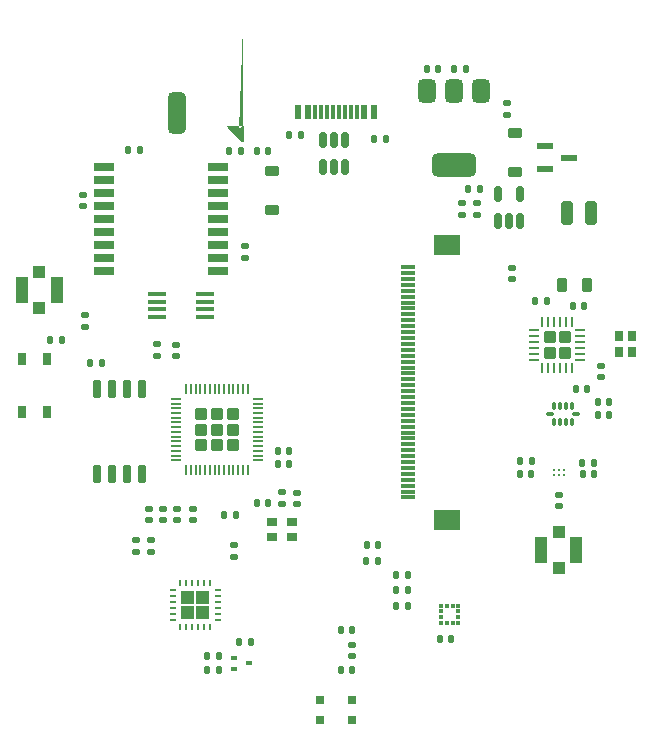
<source format=gbr>
%TF.GenerationSoftware,KiCad,Pcbnew,8.0.1*%
%TF.CreationDate,2024-07-20T14:05:52-04:00*%
%TF.ProjectId,esp32s3,65737033-3273-4332-9e6b-696361645f70,rev?*%
%TF.SameCoordinates,Original*%
%TF.FileFunction,Paste,Top*%
%TF.FilePolarity,Positive*%
%FSLAX46Y46*%
G04 Gerber Fmt 4.6, Leading zero omitted, Abs format (unit mm)*
G04 Created by KiCad (PCBNEW 8.0.1) date 2024-07-20 14:05:52*
%MOMM*%
%LPD*%
G01*
G04 APERTURE LIST*
G04 Aperture macros list*
%AMRoundRect*
0 Rectangle with rounded corners*
0 $1 Rounding radius*
0 $2 $3 $4 $5 $6 $7 $8 $9 X,Y pos of 4 corners*
0 Add a 4 corners polygon primitive as box body*
4,1,4,$2,$3,$4,$5,$6,$7,$8,$9,$2,$3,0*
0 Add four circle primitives for the rounded corners*
1,1,$1+$1,$2,$3*
1,1,$1+$1,$4,$5*
1,1,$1+$1,$6,$7*
1,1,$1+$1,$8,$9*
0 Add four rect primitives between the rounded corners*
20,1,$1+$1,$2,$3,$4,$5,0*
20,1,$1+$1,$4,$5,$6,$7,0*
20,1,$1+$1,$6,$7,$8,$9,0*
20,1,$1+$1,$8,$9,$2,$3,0*%
%AMFreePoly0*
4,1,50,0.364509,0.373079,0.400557,0.358147,0.402331,0.356372,0.403779,0.355902,0.406374,0.352329,0.428147,0.330557,0.436043,0.311493,0.440106,0.305902,0.441186,0.299076,0.443079,0.294509,0.443090,0.287057,0.445000,0.275000,0.445000,-0.965000,0.443079,-0.984509,0.428147,-1.020558,0.426371,-1.022333,0.425902,-1.023779,0.422332,-1.026372,0.400558,-1.048147,0.381492,-1.056044,
0.375902,-1.060106,0.371686,-1.060106,0.364509,-1.063079,0.325491,-1.063079,0.318314,-1.060106,0.314098,-1.060106,0.305304,-1.054717,0.289443,-1.048147,0.281262,-1.039984,0.274289,-1.035711,-0.965711,0.204289,-0.978147,0.219443,-0.993079,0.255491,-0.993079,0.258002,-0.993769,0.259357,-0.993079,0.263713,-0.993079,0.294509,-0.985182,0.313573,-0.984101,0.320399,-0.981119,0.323380,
-0.978147,0.330557,-0.950557,0.358147,-0.943380,0.361119,-0.940399,0.364101,-0.930371,0.366508,-0.914509,0.373079,-0.902928,0.373096,-0.895000,0.375000,0.345000,0.375000,0.364509,0.373079,0.364509,0.373079,$1*%
G04 Aperture macros list end*
%ADD10C,0.000000*%
%ADD11RoundRect,0.140000X-0.140000X-0.170000X0.140000X-0.170000X0.140000X0.170000X-0.140000X0.170000X0*%
%ADD12RoundRect,0.140000X0.140000X0.170000X-0.140000X0.170000X-0.140000X-0.170000X0.140000X-0.170000X0*%
%ADD13RoundRect,0.100000X0.155000X0.100000X-0.155000X0.100000X-0.155000X-0.100000X0.155000X-0.100000X0*%
%ADD14RoundRect,0.140000X0.170000X-0.140000X0.170000X0.140000X-0.170000X0.140000X-0.170000X-0.140000X0*%
%ADD15RoundRect,0.147500X-0.172500X0.147500X-0.172500X-0.147500X0.172500X-0.147500X0.172500X0.147500X0*%
%ADD16RoundRect,0.135000X-0.135000X-0.185000X0.135000X-0.185000X0.135000X0.185000X-0.135000X0.185000X0*%
%ADD17R,0.900000X0.800000*%
%ADD18RoundRect,0.218750X-0.218750X-0.381250X0.218750X-0.381250X0.218750X0.381250X-0.218750X0.381250X0*%
%ADD19R,1.000000X1.000000*%
%ADD20R,1.050000X2.200000*%
%ADD21RoundRect,0.135000X-0.185000X0.135000X-0.185000X-0.135000X0.185000X-0.135000X0.185000X0.135000X0*%
%ADD22R,0.711200X0.990600*%
%ADD23RoundRect,0.147500X-0.147500X-0.172500X0.147500X-0.172500X0.147500X0.172500X-0.147500X0.172500X0*%
%ADD24R,0.660400X0.711200*%
%ADD25R,1.300000X0.300000*%
%ADD26R,2.200000X1.800000*%
%ADD27RoundRect,0.140000X-0.170000X0.140000X-0.170000X-0.140000X0.170000X-0.140000X0.170000X0.140000X0*%
%ADD28RoundRect,0.150000X0.150000X-0.650000X0.150000X0.650000X-0.150000X0.650000X-0.150000X-0.650000X0*%
%ADD29R,0.254000X0.254000*%
%ADD30RoundRect,0.150000X0.150000X-0.512500X0.150000X0.512500X-0.150000X0.512500X-0.150000X-0.512500X0*%
%ADD31R,1.524000X0.457200*%
%ADD32R,0.800000X0.900000*%
%ADD33RoundRect,0.135000X0.135000X0.185000X-0.135000X0.185000X-0.135000X-0.185000X0.135000X-0.185000X0*%
%ADD34R,0.599999X0.249999*%
%ADD35R,0.249999X0.599999*%
%ADD36RoundRect,0.225000X0.375000X-0.225000X0.375000X0.225000X-0.375000X0.225000X-0.375000X-0.225000X0*%
%ADD37R,1.800000X0.800000*%
%ADD38RoundRect,0.250000X0.250000X0.750000X-0.250000X0.750000X-0.250000X-0.750000X0.250000X-0.750000X0*%
%ADD39RoundRect,0.135000X0.185000X-0.135000X0.185000X0.135000X-0.185000X0.135000X-0.185000X-0.135000X0*%
%ADD40RoundRect,0.375000X-0.375000X0.625000X-0.375000X-0.625000X0.375000X-0.625000X0.375000X0.625000X0*%
%ADD41RoundRect,0.500000X-1.400000X0.500000X-1.400000X-0.500000X1.400000X-0.500000X1.400000X0.500000X0*%
%ADD42RoundRect,0.075000X-0.075000X0.225000X-0.075000X-0.225000X0.075000X-0.225000X0.075000X0.225000X0*%
%ADD43RoundRect,0.075000X-0.237500X0.075000X-0.237500X-0.075000X0.237500X-0.075000X0.237500X0.075000X0*%
%ADD44FreePoly0,270.000000*%
%ADD45RoundRect,0.375000X-0.375000X1.375000X-0.375000X-1.375000X0.375000X-1.375000X0.375000X1.375000X0*%
%ADD46R,0.600000X1.240000*%
%ADD47R,0.300000X1.240000*%
%ADD48RoundRect,0.250000X0.285000X0.285000X-0.285000X0.285000X-0.285000X-0.285000X0.285000X-0.285000X0*%
%ADD49RoundRect,0.050000X0.350000X0.050000X-0.350000X0.050000X-0.350000X-0.050000X0.350000X-0.050000X0*%
%ADD50RoundRect,0.050000X0.050000X0.350000X-0.050000X0.350000X-0.050000X-0.350000X0.050000X-0.350000X0*%
%ADD51RoundRect,0.147500X0.147500X0.172500X-0.147500X0.172500X-0.147500X-0.172500X0.147500X-0.172500X0*%
%ADD52R,0.430000X0.350000*%
%ADD53R,0.350000X0.430000*%
%ADD54RoundRect,0.250000X0.275000X0.275000X-0.275000X0.275000X-0.275000X-0.275000X0.275000X-0.275000X0*%
%ADD55RoundRect,0.062500X0.350000X0.062500X-0.350000X0.062500X-0.350000X-0.062500X0.350000X-0.062500X0*%
%ADD56RoundRect,0.062500X0.062500X0.350000X-0.062500X0.350000X-0.062500X-0.350000X0.062500X-0.350000X0*%
%ADD57R,1.320800X0.558800*%
G04 APERTURE END LIST*
D10*
%TO.C,U11*%
G36*
X117960880Y-89670932D02*
G01*
X117969999Y-89673698D01*
X117978401Y-89678189D01*
X117985765Y-89684234D01*
X117991810Y-89691597D01*
X117996300Y-89700000D01*
X117999066Y-89709118D01*
X118000001Y-89718598D01*
X118000001Y-90701400D01*
X117999066Y-90710879D01*
X117996300Y-90719998D01*
X117991810Y-90728400D01*
X117985765Y-90735764D01*
X117978401Y-90741809D01*
X117969999Y-90746299D01*
X117960880Y-90749065D01*
X117951401Y-90750000D01*
X116968599Y-90750000D01*
X116959119Y-90749065D01*
X116950001Y-90746299D01*
X116941598Y-90741809D01*
X116934235Y-90735764D01*
X116928190Y-90728400D01*
X116923699Y-90719998D01*
X116920933Y-90710879D01*
X116920001Y-90701400D01*
X116920001Y-89718598D01*
X116920933Y-89709118D01*
X116923699Y-89700000D01*
X116928190Y-89691597D01*
X116934235Y-89684234D01*
X116941598Y-89678189D01*
X116950001Y-89673698D01*
X116959119Y-89670932D01*
X116968599Y-89670000D01*
X117951401Y-89670000D01*
X117960880Y-89670932D01*
G37*
G36*
X117960880Y-90950935D02*
G01*
X117969999Y-90953701D01*
X117978401Y-90958191D01*
X117985765Y-90964236D01*
X117991810Y-90971600D01*
X117996300Y-90980002D01*
X117999066Y-90989121D01*
X118000001Y-90998600D01*
X118000001Y-91981402D01*
X117999066Y-91990882D01*
X117996300Y-92000000D01*
X117991810Y-92008403D01*
X117985765Y-92015766D01*
X117978401Y-92021811D01*
X117969999Y-92026302D01*
X117960880Y-92029068D01*
X117951401Y-92030000D01*
X116968599Y-92030000D01*
X116959119Y-92029068D01*
X116950001Y-92026302D01*
X116941598Y-92021811D01*
X116934235Y-92015766D01*
X116928190Y-92008403D01*
X116923699Y-92000000D01*
X116920933Y-91990882D01*
X116920001Y-91981402D01*
X116920001Y-90998600D01*
X116920933Y-90989121D01*
X116923699Y-90980002D01*
X116928190Y-90971600D01*
X116934235Y-90964236D01*
X116941598Y-90958191D01*
X116950001Y-90953701D01*
X116959119Y-90950935D01*
X116968599Y-90950000D01*
X117951401Y-90950000D01*
X117960880Y-90950935D01*
G37*
G36*
X119240883Y-89670932D02*
G01*
X119250001Y-89673698D01*
X119258404Y-89678189D01*
X119265767Y-89684234D01*
X119271812Y-89691597D01*
X119276303Y-89700000D01*
X119279069Y-89709118D01*
X119280001Y-89718598D01*
X119280001Y-90701400D01*
X119279069Y-90710879D01*
X119276303Y-90719998D01*
X119271812Y-90728400D01*
X119265767Y-90735764D01*
X119258404Y-90741809D01*
X119250001Y-90746299D01*
X119240883Y-90749065D01*
X119231403Y-90750000D01*
X118248601Y-90750000D01*
X118239122Y-90749065D01*
X118230003Y-90746299D01*
X118221601Y-90741809D01*
X118214237Y-90735764D01*
X118208192Y-90728400D01*
X118203702Y-90719998D01*
X118200936Y-90710879D01*
X118200001Y-90701400D01*
X118200001Y-89718598D01*
X118200936Y-89709118D01*
X118203702Y-89700000D01*
X118208192Y-89691597D01*
X118214237Y-89684234D01*
X118221601Y-89678189D01*
X118230003Y-89673698D01*
X118239122Y-89670932D01*
X118248601Y-89670000D01*
X119231403Y-89670000D01*
X119240883Y-89670932D01*
G37*
G36*
X119240883Y-90950935D02*
G01*
X119250001Y-90953701D01*
X119258404Y-90958191D01*
X119265767Y-90964236D01*
X119271812Y-90971600D01*
X119276303Y-90980002D01*
X119279069Y-90989121D01*
X119280001Y-90998600D01*
X119280001Y-91981402D01*
X119279069Y-91990882D01*
X119276303Y-92000000D01*
X119271812Y-92008403D01*
X119265767Y-92015766D01*
X119258404Y-92021811D01*
X119250001Y-92026302D01*
X119240883Y-92029068D01*
X119231403Y-92030000D01*
X118248601Y-92030000D01*
X118239122Y-92029068D01*
X118230003Y-92026302D01*
X118221601Y-92021811D01*
X118214237Y-92015766D01*
X118208192Y-92008403D01*
X118203702Y-92000000D01*
X118200936Y-91990882D01*
X118200001Y-91981402D01*
X118200001Y-90998600D01*
X118200936Y-90989121D01*
X118203702Y-90980002D01*
X118208192Y-90971600D01*
X118214237Y-90964236D01*
X118221601Y-90958191D01*
X118230003Y-90953701D01*
X118239122Y-90950935D01*
X118248601Y-90950000D01*
X119231403Y-90950000D01*
X119240883Y-90950935D01*
G37*
%TD*%
D11*
%TO.C,C33*%
X138840000Y-93700000D03*
X139800000Y-93700000D03*
%TD*%
%TO.C,C16*%
X123320000Y-52400000D03*
X124280000Y-52400000D03*
%TD*%
D12*
%TO.C,C18*%
X147880000Y-65100000D03*
X146920000Y-65100000D03*
%TD*%
D13*
%TO.C,Q3*%
X121410000Y-95300000D03*
X121410000Y-96300000D03*
X122700000Y-95800000D03*
%TD*%
D14*
%TO.C,C1*%
X126696820Y-82290000D03*
X126696820Y-81330000D03*
%TD*%
D15*
%TO.C,L3*%
X108600000Y-56115000D03*
X108600000Y-57085000D03*
%TD*%
D16*
%TO.C,R12*%
X150890000Y-78800000D03*
X151910000Y-78800000D03*
%TD*%
D17*
%TO.C,X1*%
X126303180Y-83810000D03*
X124653180Y-83810000D03*
X124653180Y-85060000D03*
X126303180Y-85060000D03*
%TD*%
D18*
%TO.C,L4*%
X149157500Y-63770000D03*
X151282500Y-63770000D03*
%TD*%
D19*
%TO.C,J4*%
X148900000Y-84700000D03*
D20*
X150375000Y-86200000D03*
D19*
X148900000Y-87700000D03*
D20*
X147425000Y-86200000D03*
%TD*%
D21*
%TO.C,R16*%
X121400000Y-85790000D03*
X121400000Y-86810000D03*
%TD*%
D22*
%TO.C,SW2*%
X105600000Y-70000000D03*
X105600000Y-74500002D03*
X103450002Y-70000000D03*
X103450002Y-74500002D03*
%TD*%
D23*
%TO.C,L2*%
X125115000Y-78900000D03*
X126085000Y-78900000D03*
%TD*%
D16*
%TO.C,R7*%
X133280000Y-51400000D03*
X134300000Y-51400000D03*
%TD*%
D24*
%TO.C,U9*%
X131400000Y-98900000D03*
X128707600Y-98900000D03*
X128707600Y-100601800D03*
X131400000Y-100601800D03*
%TD*%
D25*
%TO.C,J5*%
X136150000Y-81750000D03*
X136150000Y-81250000D03*
X136150000Y-80750000D03*
X136150000Y-80250000D03*
X136150000Y-79750000D03*
X136150000Y-79250000D03*
X136150000Y-78750000D03*
X136150000Y-78250000D03*
X136150000Y-77750000D03*
X136150000Y-77250000D03*
X136150000Y-76750000D03*
X136150000Y-76250000D03*
X136150000Y-75750000D03*
X136150000Y-75250000D03*
X136150000Y-74750000D03*
X136150000Y-74250000D03*
X136150000Y-73750000D03*
X136150000Y-73250000D03*
X136150000Y-72750000D03*
X136150000Y-72250000D03*
X136150000Y-71750000D03*
X136150000Y-71250000D03*
X136150000Y-70750000D03*
X136150000Y-70250000D03*
X136150000Y-69750000D03*
X136150000Y-69250000D03*
X136150000Y-68750000D03*
X136150000Y-68250000D03*
X136150000Y-67750000D03*
X136150000Y-67250000D03*
X136150000Y-66750000D03*
X136150000Y-66250000D03*
X136150000Y-65750000D03*
X136150000Y-65250000D03*
X136150000Y-64750000D03*
X136150000Y-64250000D03*
X136150000Y-63750000D03*
X136150000Y-63250000D03*
X136150000Y-62750000D03*
X136150000Y-62250000D03*
D26*
X139400000Y-83650000D03*
X139400000Y-60350000D03*
%TD*%
D27*
%TO.C,C6*%
X115400000Y-82700000D03*
X115400000Y-83660000D03*
%TD*%
D28*
%TO.C,U10*%
X109795000Y-79800000D03*
X111065000Y-79800000D03*
X112335000Y-79800000D03*
X113605000Y-79800000D03*
X113605000Y-72600000D03*
X112335000Y-72600000D03*
X111065000Y-72600000D03*
X109795000Y-72600000D03*
%TD*%
D11*
%TO.C,C20*%
X152220000Y-74800000D03*
X153180000Y-74800000D03*
%TD*%
%TO.C,C14*%
X140040000Y-45500000D03*
X141000000Y-45500000D03*
%TD*%
D16*
%TO.C,R1*%
X105780000Y-68400000D03*
X106800000Y-68400000D03*
%TD*%
D27*
%TO.C,C3*%
X113080000Y-85390000D03*
X113080000Y-86350000D03*
%TD*%
D29*
%TO.C,U12*%
X149299998Y-79400000D03*
X148899999Y-79400000D03*
X148500000Y-79400000D03*
X148500000Y-79806400D03*
X148899999Y-79806400D03*
X149299998Y-79806400D03*
%TD*%
D30*
%TO.C,U3*%
X128900000Y-53800000D03*
X129850000Y-53800000D03*
X130800000Y-53800000D03*
X130800000Y-51525000D03*
X129850000Y-51525000D03*
X128900000Y-51525000D03*
%TD*%
D31*
%TO.C,U5*%
X118932000Y-66465200D03*
X118932000Y-65830200D03*
X118932000Y-65169800D03*
X118932000Y-64534800D03*
X114868000Y-64534800D03*
X114868000Y-65169800D03*
X114868000Y-65830200D03*
X114868000Y-66465200D03*
%TD*%
D32*
%TO.C,Q1_Xtal1*%
X153980000Y-68050000D03*
X153980000Y-69450000D03*
X155080000Y-69450000D03*
X155080000Y-68050000D03*
%TD*%
D14*
%TO.C,C11*%
X116500000Y-69760000D03*
X116500000Y-68800000D03*
%TD*%
%TO.C,C26*%
X108800000Y-67300000D03*
X108800000Y-66340000D03*
%TD*%
D16*
%TO.C,R24*%
X119090000Y-95200000D03*
X120110000Y-95200000D03*
%TD*%
D12*
%TO.C,C4*%
X131400000Y-93000000D03*
X130440000Y-93000000D03*
%TD*%
D27*
%TO.C,C7*%
X114200000Y-82700000D03*
X114200000Y-83660000D03*
%TD*%
D11*
%TO.C,C23*%
X152220000Y-73700000D03*
X153180000Y-73700000D03*
%TD*%
D33*
%TO.C,R23*%
X122810000Y-94000000D03*
X121790000Y-94000000D03*
%TD*%
D30*
%TO.C,U4*%
X143750000Y-58337500D03*
X144700000Y-58337500D03*
X145650000Y-58337500D03*
X145650000Y-56062500D03*
X143750000Y-56062500D03*
%TD*%
D12*
%TO.C,C5*%
X124303180Y-82210000D03*
X123343180Y-82210000D03*
%TD*%
D16*
%TO.C,R5*%
X120580000Y-83200000D03*
X121600000Y-83200000D03*
%TD*%
D11*
%TO.C,C24*%
X132620000Y-85800000D03*
X133580000Y-85800000D03*
%TD*%
D16*
%TO.C,R14*%
X135090000Y-88300000D03*
X136110000Y-88300000D03*
%TD*%
D14*
%TO.C,C12*%
X114900000Y-69740000D03*
X114900000Y-68780000D03*
%TD*%
D11*
%TO.C,C22*%
X109240000Y-70400000D03*
X110200000Y-70400000D03*
%TD*%
D16*
%TO.C,R15*%
X135080000Y-89600000D03*
X136100000Y-89600000D03*
%TD*%
D34*
%TO.C,U11*%
X116200002Y-89600000D03*
X116200002Y-90099999D03*
X116200002Y-90600000D03*
X116200002Y-91100000D03*
X116200002Y-91600001D03*
X116200002Y-92100000D03*
D35*
X116850001Y-92749999D03*
X117350000Y-92749999D03*
X117850001Y-92749999D03*
X118350001Y-92749999D03*
X118850002Y-92749999D03*
X119350001Y-92749999D03*
D34*
X120000000Y-92100000D03*
X120000000Y-91600001D03*
X120000000Y-91100000D03*
X120000000Y-90600000D03*
X120000000Y-90099999D03*
X120000000Y-89600000D03*
D35*
X119350001Y-88950001D03*
X118850002Y-88950001D03*
X118350001Y-88950001D03*
X117850001Y-88950001D03*
X117350000Y-88950001D03*
X116850001Y-88950001D03*
%TD*%
D14*
%TO.C,C19*%
X148900000Y-82480000D03*
X148900000Y-81520000D03*
%TD*%
D12*
%TO.C,C32*%
X146580000Y-79800000D03*
X145620000Y-79800000D03*
%TD*%
D21*
%TO.C,R4*%
X122300000Y-60490000D03*
X122300000Y-61510000D03*
%TD*%
D33*
%TO.C,R3*%
X122000000Y-52400000D03*
X120980000Y-52400000D03*
%TD*%
D36*
%TO.C,D2*%
X124600000Y-57400000D03*
X124600000Y-54100000D03*
%TD*%
%TO.C,D1*%
X145200000Y-54200000D03*
X145200000Y-50900000D03*
%TD*%
D37*
%TO.C,ATGM336H1*%
X110350000Y-53800000D03*
X110350000Y-56000000D03*
X120050000Y-62600000D03*
X120050000Y-61500000D03*
X120050000Y-60400000D03*
X120050000Y-59300000D03*
X120050000Y-58200000D03*
X120050000Y-57100000D03*
X120050000Y-54900000D03*
X120050000Y-53800000D03*
X110350000Y-54900000D03*
X110350000Y-58200000D03*
X110350000Y-60400000D03*
X110350000Y-61500000D03*
X110350000Y-57100000D03*
X110350000Y-59300000D03*
X110350000Y-62600000D03*
X120050000Y-56000000D03*
%TD*%
D38*
%TO.C,J2*%
X149600000Y-57700000D03*
X151600000Y-57700000D03*
%TD*%
D12*
%TO.C,C15*%
X113400000Y-52300000D03*
X112440000Y-52300000D03*
%TD*%
D11*
%TO.C,C31*%
X150920000Y-79800000D03*
X151880000Y-79800000D03*
%TD*%
D39*
%TO.C,R9*%
X144500000Y-49410000D03*
X144500000Y-48390000D03*
%TD*%
D27*
%TO.C,C8*%
X116600000Y-82700000D03*
X116600000Y-83660000D03*
%TD*%
D40*
%TO.C,U2*%
X142300000Y-47300000D03*
X140000000Y-47300000D03*
D41*
X140000000Y-53600000D03*
D40*
X137700000Y-47300000D03*
%TD*%
D16*
%TO.C,R22*%
X119090000Y-96400000D03*
X120110000Y-96400000D03*
%TD*%
D42*
%TO.C,FL1*%
X150000000Y-74000000D03*
X149500000Y-74000000D03*
X149000000Y-74000000D03*
X148500000Y-74000000D03*
D43*
X148187500Y-74700000D03*
D42*
X148500000Y-75400000D03*
X149000000Y-75400000D03*
X149500000Y-75400000D03*
X150000000Y-75400000D03*
D43*
X150312500Y-74700000D03*
%TD*%
D39*
%TO.C,R2*%
X114380000Y-86380000D03*
X114380000Y-85360000D03*
%TD*%
D44*
%TO.C,BT1*%
X121800000Y-50600000D03*
D45*
X116535000Y-49195000D03*
%TD*%
D27*
%TO.C,C9*%
X117900000Y-82700000D03*
X117900000Y-83660000D03*
%TD*%
D33*
%TO.C,R8*%
X142200000Y-55600000D03*
X141180000Y-55600000D03*
%TD*%
D27*
%TO.C,C17*%
X152500000Y-70620000D03*
X152500000Y-71580000D03*
%TD*%
D46*
%TO.C,J1*%
X133225000Y-49090000D03*
X132425000Y-49090000D03*
D47*
X131275000Y-49090000D03*
X130275000Y-49090000D03*
X129775000Y-49090000D03*
X128775000Y-49090000D03*
D46*
X127625000Y-49090000D03*
X126825000Y-49090000D03*
X126825000Y-49090000D03*
X127625000Y-49090000D03*
D47*
X128275000Y-49090000D03*
X129275000Y-49090000D03*
X130775000Y-49090000D03*
X131775000Y-49090000D03*
D46*
X132425000Y-49090000D03*
X133225000Y-49090000D03*
%TD*%
D12*
%TO.C,C2*%
X131400000Y-96400000D03*
X130440000Y-96400000D03*
%TD*%
D39*
%TO.C,R10*%
X142000000Y-57820000D03*
X142000000Y-56800000D03*
%TD*%
D48*
%TO.C,U1*%
X121280000Y-77330000D03*
X121280000Y-76000000D03*
X121280000Y-74670000D03*
X119950000Y-77330000D03*
X119950000Y-76000000D03*
X119950000Y-74670000D03*
X118620000Y-77330000D03*
X118620000Y-76000000D03*
X118620000Y-74670000D03*
D49*
X123400000Y-78600000D03*
X123400000Y-78200000D03*
X123400000Y-77800000D03*
X123400000Y-77400000D03*
X123400000Y-77000000D03*
X123400000Y-76600000D03*
X123400000Y-76200000D03*
X123400000Y-75800000D03*
X123400000Y-75400000D03*
X123400000Y-75000000D03*
X123400000Y-74600000D03*
X123400000Y-74200000D03*
X123400000Y-73800000D03*
X123400000Y-73400000D03*
D50*
X122550000Y-72550000D03*
X122150000Y-72550000D03*
X121750000Y-72550000D03*
X121350000Y-72550000D03*
X120950000Y-72550000D03*
X120550000Y-72550000D03*
X120150000Y-72550000D03*
X119750000Y-72550000D03*
X119350000Y-72550000D03*
X118950000Y-72550000D03*
X118550000Y-72550000D03*
X118150000Y-72550000D03*
X117750000Y-72550000D03*
X117350000Y-72550000D03*
D49*
X116500000Y-73400000D03*
X116500000Y-73800000D03*
X116500000Y-74200000D03*
X116500000Y-74600000D03*
X116500000Y-75000000D03*
X116500000Y-75400000D03*
X116500000Y-75800000D03*
X116500000Y-76200000D03*
X116500000Y-76600000D03*
X116500000Y-77000000D03*
X116500000Y-77400000D03*
X116500000Y-77800000D03*
X116500000Y-78200000D03*
X116500000Y-78600000D03*
D50*
X117350000Y-79450000D03*
X117750000Y-79450000D03*
X118150000Y-79450000D03*
X118550000Y-79450000D03*
X118950000Y-79450000D03*
X119350000Y-79450000D03*
X119750000Y-79450000D03*
X120150000Y-79450000D03*
X120550000Y-79450000D03*
X120950000Y-79450000D03*
X121350000Y-79450000D03*
X121750000Y-79450000D03*
X122150000Y-79450000D03*
X122550000Y-79450000D03*
%TD*%
D33*
%TO.C,R13*%
X146610000Y-78700000D03*
X145590000Y-78700000D03*
%TD*%
%TO.C,R19*%
X133600000Y-87100000D03*
X132580000Y-87100000D03*
%TD*%
%TO.C,R6*%
X127100000Y-51100000D03*
X126080000Y-51100000D03*
%TD*%
D51*
%TO.C,L5*%
X151285000Y-72600000D03*
X150315000Y-72600000D03*
%TD*%
D16*
%TO.C,R17*%
X135080000Y-90900000D03*
X136100000Y-90900000D03*
%TD*%
D52*
%TO.C,U8*%
X138910000Y-90900000D03*
X138910000Y-91400000D03*
X138910000Y-91900000D03*
X138910000Y-92400000D03*
D53*
X139405000Y-92395000D03*
X139905000Y-92395000D03*
D52*
X140400000Y-92400000D03*
X140400000Y-91900000D03*
X140400000Y-91400000D03*
X140400000Y-90900000D03*
D53*
X139905000Y-90905000D03*
X139405000Y-90905000D03*
%TD*%
D11*
%TO.C,C13*%
X137720000Y-45500000D03*
X138680000Y-45500000D03*
%TD*%
D54*
%TO.C,U6*%
X149410000Y-69490000D03*
X149410000Y-68190000D03*
X148110000Y-69490000D03*
X148110000Y-68190000D03*
D55*
X150697500Y-70090000D03*
X150697500Y-69590000D03*
X150697500Y-69090000D03*
X150697500Y-68590000D03*
X150697500Y-68090000D03*
X150697500Y-67590000D03*
D56*
X150010000Y-66902500D03*
X149510000Y-66902500D03*
X149010000Y-66902500D03*
X148510000Y-66902500D03*
X148010000Y-66902500D03*
X147510000Y-66902500D03*
D55*
X146822500Y-67590000D03*
X146822500Y-68090000D03*
X146822500Y-68590000D03*
X146822500Y-69090000D03*
X146822500Y-69590000D03*
X146822500Y-70090000D03*
D56*
X147510000Y-70777500D03*
X148010000Y-70777500D03*
X148510000Y-70777500D03*
X149010000Y-70777500D03*
X149510000Y-70777500D03*
X150010000Y-70777500D03*
%TD*%
D12*
%TO.C,C21*%
X151070000Y-65520000D03*
X150110000Y-65520000D03*
%TD*%
D11*
%TO.C,C10*%
X125120000Y-77780000D03*
X126080000Y-77780000D03*
%TD*%
D57*
%TO.C,U7*%
X147746500Y-52034800D03*
X147746500Y-53965200D03*
X149778500Y-53000000D03*
%TD*%
D19*
%TO.C,J3*%
X104900000Y-62700000D03*
D20*
X106375000Y-64200000D03*
D19*
X104900000Y-65700000D03*
D20*
X103425000Y-64200000D03*
%TD*%
D21*
%TO.C,R18*%
X125500000Y-81300000D03*
X125500000Y-82320000D03*
%TD*%
D27*
%TO.C,C25*%
X144900000Y-62300000D03*
X144900000Y-63260000D03*
%TD*%
D21*
%TO.C,R11*%
X140700000Y-56800000D03*
X140700000Y-57820000D03*
%TD*%
D15*
%TO.C,L1*%
X131400000Y-94200000D03*
X131400000Y-95170000D03*
%TD*%
M02*

</source>
